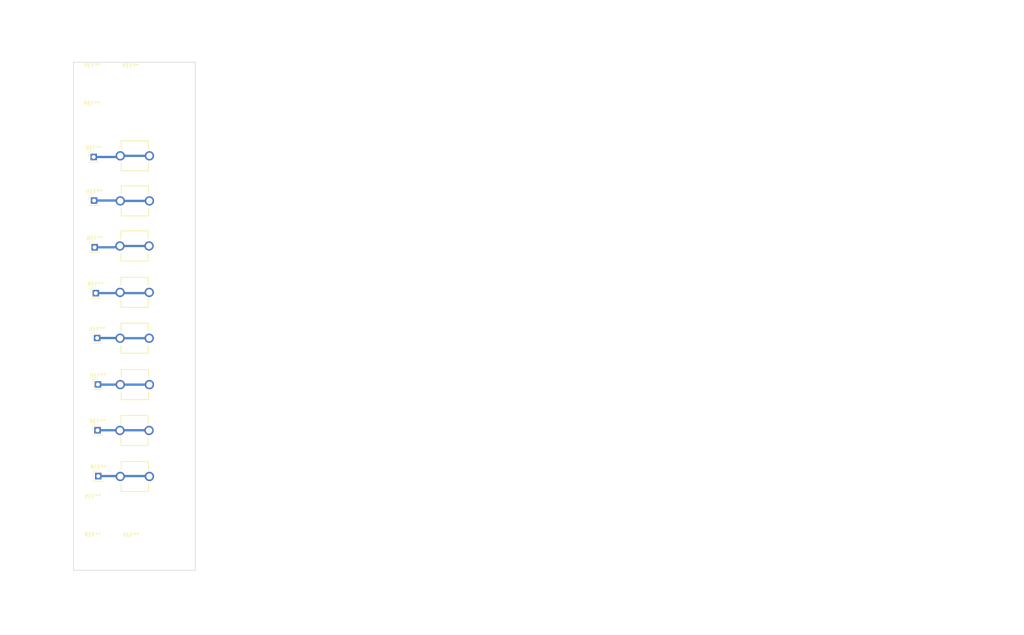
<source format=kicad_pcb>
(kicad_pcb (version 20170123) (host pcbnew "(2017-07-14 revision 22e95aa)-master")

  (general
    (thickness 1.6)
    (drawings 22)
    (tracks 20)
    (zones 0)
    (modules 22)
    (nets 1)
  )

  (page A4)
  (layers
    (0 F.Cu signal)
    (31 B.Cu signal)
    (32 B.Adhes user)
    (33 F.Adhes user)
    (34 B.Paste user)
    (35 F.Paste user)
    (36 B.SilkS user)
    (37 F.SilkS user)
    (38 B.Mask user)
    (39 F.Mask user)
    (40 Dwgs.User user)
    (41 Cmts.User user)
    (42 Eco1.User user)
    (43 Eco2.User user)
    (44 Edge.Cuts user)
    (45 Margin user)
    (46 B.CrtYd user)
    (47 F.CrtYd user)
    (48 B.Fab user)
    (49 F.Fab user)
  )

  (setup
    (last_trace_width 0.6)
    (trace_clearance 0.2)
    (zone_clearance 0.508)
    (zone_45_only no)
    (trace_min 0.2)
    (segment_width 0.2)
    (edge_width 0.15)
    (via_size 0.8)
    (via_drill 0.4)
    (via_min_size 0.4)
    (via_min_drill 0.3)
    (uvia_size 0.3)
    (uvia_drill 0.1)
    (uvias_allowed no)
    (uvia_min_size 0.2)
    (uvia_min_drill 0.1)
    (pcb_text_width 0.3)
    (pcb_text_size 1.5 1.5)
    (mod_edge_width 0.15)
    (mod_text_size 1 1)
    (mod_text_width 0.15)
    (pad_size 1.524 1.524)
    (pad_drill 0.762)
    (pad_to_mask_clearance 0.2)
    (aux_axis_origin 0 0)
    (visible_elements 7FFFFFFF)
    (pcbplotparams
      (layerselection 0x00030_ffffffff)
      (usegerberextensions false)
      (excludeedgelayer true)
      (linewidth 0.100000)
      (plotframeref false)
      (viasonmask false)
      (mode 1)
      (useauxorigin false)
      (hpglpennumber 1)
      (hpglpenspeed 20)
      (hpglpendiameter 15)
      (psnegative false)
      (psa4output false)
      (plotreference true)
      (plotvalue true)
      (plotinvisibletext false)
      (padsonsilk false)
      (subtractmaskfromsilk false)
      (outputformat 1)
      (mirror false)
      (drillshape 1)
      (scaleselection 1)
      (outputdirectory /root/projects/shift_register/core-crt-muon/muon_geiger/geiger_mounts/))
  )

  (net 0 "")

  (net_class Default "This is the default net class."
    (clearance 0.2)
    (trace_width 0.6)
    (via_dia 0.8)
    (via_drill 0.4)
    (uvia_dia 0.3)
    (uvia_drill 0.1)
  )

  (module Pin_Headers:Pin_Header_Straight_1x01_Pitch2.54mm (layer F.Cu) (tedit 59650532) (tstamp 598015D7)
    (at 37.1 144.45)
    (descr "Through hole straight pin header, 1x01, 2.54mm pitch, single row")
    (tags "Through hole pin header THT 1x01 2.54mm single row")
    (fp_text reference REF** (at 0 -2.33) (layer F.SilkS)
      (effects (font (size 1 1) (thickness 0.15)))
    )
    (fp_text value Pin_Header_Straight_1x01_Pitch2.54mm (at 0 2.33) (layer F.Fab)
      (effects (font (size 1 1) (thickness 0.15)))
    )
    (fp_text user %R (at 0 0 90) (layer F.Fab)
      (effects (font (size 1 1) (thickness 0.15)))
    )
    (fp_line (start 1.8 -1.8) (end -1.8 -1.8) (layer F.CrtYd) (width 0.05))
    (fp_line (start 1.8 1.8) (end 1.8 -1.8) (layer F.CrtYd) (width 0.05))
    (fp_line (start -1.8 1.8) (end 1.8 1.8) (layer F.CrtYd) (width 0.05))
    (fp_line (start -1.8 -1.8) (end -1.8 1.8) (layer F.CrtYd) (width 0.05))
    (fp_line (start -1.33 -1.33) (end 0 -1.33) (layer F.SilkS) (width 0.12))
    (fp_line (start -1.33 0) (end -1.33 -1.33) (layer F.SilkS) (width 0.12))
    (fp_line (start -1.33 1.27) (end 1.33 1.27) (layer F.SilkS) (width 0.12))
    (fp_line (start 1.33 1.27) (end 1.33 1.33) (layer F.SilkS) (width 0.12))
    (fp_line (start -1.33 1.27) (end -1.33 1.33) (layer F.SilkS) (width 0.12))
    (fp_line (start -1.33 1.33) (end 1.33 1.33) (layer F.SilkS) (width 0.12))
    (fp_line (start -1.27 -0.635) (end -0.635 -1.27) (layer F.Fab) (width 0.1))
    (fp_line (start -1.27 1.27) (end -1.27 -0.635) (layer F.Fab) (width 0.1))
    (fp_line (start 1.27 1.27) (end -1.27 1.27) (layer F.Fab) (width 0.1))
    (fp_line (start 1.27 -1.27) (end 1.27 1.27) (layer F.Fab) (width 0.1))
    (fp_line (start -0.635 -1.27) (end 1.27 -1.27) (layer F.Fab) (width 0.1))
    (pad 1 thru_hole rect (at 0 0) (size 1.7 1.7) (drill 1) (layers *.Cu *.Mask))
    (model ${KISYS3DMOD}/Pin_Headers.3dshapes/Pin_Header_Straight_1x01_Pitch2.54mm.wrl
      (at (xyz 0 0 0))
      (scale (xyz 1 1 1))
      (rotate (xyz 0 0 0))
    )
  )

  (module Pin_Headers:Pin_Header_Straight_1x01_Pitch2.54mm (layer F.Cu) (tedit 59650532) (tstamp 598015C2)
    (at 36.9 132.45)
    (descr "Through hole straight pin header, 1x01, 2.54mm pitch, single row")
    (tags "Through hole pin header THT 1x01 2.54mm single row")
    (fp_text reference REF** (at 0 -2.33) (layer F.SilkS)
      (effects (font (size 1 1) (thickness 0.15)))
    )
    (fp_text value Pin_Header_Straight_1x01_Pitch2.54mm (at 0 2.33) (layer F.Fab)
      (effects (font (size 1 1) (thickness 0.15)))
    )
    (fp_line (start -0.635 -1.27) (end 1.27 -1.27) (layer F.Fab) (width 0.1))
    (fp_line (start 1.27 -1.27) (end 1.27 1.27) (layer F.Fab) (width 0.1))
    (fp_line (start 1.27 1.27) (end -1.27 1.27) (layer F.Fab) (width 0.1))
    (fp_line (start -1.27 1.27) (end -1.27 -0.635) (layer F.Fab) (width 0.1))
    (fp_line (start -1.27 -0.635) (end -0.635 -1.27) (layer F.Fab) (width 0.1))
    (fp_line (start -1.33 1.33) (end 1.33 1.33) (layer F.SilkS) (width 0.12))
    (fp_line (start -1.33 1.27) (end -1.33 1.33) (layer F.SilkS) (width 0.12))
    (fp_line (start 1.33 1.27) (end 1.33 1.33) (layer F.SilkS) (width 0.12))
    (fp_line (start -1.33 1.27) (end 1.33 1.27) (layer F.SilkS) (width 0.12))
    (fp_line (start -1.33 0) (end -1.33 -1.33) (layer F.SilkS) (width 0.12))
    (fp_line (start -1.33 -1.33) (end 0 -1.33) (layer F.SilkS) (width 0.12))
    (fp_line (start -1.8 -1.8) (end -1.8 1.8) (layer F.CrtYd) (width 0.05))
    (fp_line (start -1.8 1.8) (end 1.8 1.8) (layer F.CrtYd) (width 0.05))
    (fp_line (start 1.8 1.8) (end 1.8 -1.8) (layer F.CrtYd) (width 0.05))
    (fp_line (start 1.8 -1.8) (end -1.8 -1.8) (layer F.CrtYd) (width 0.05))
    (fp_text user %R (at 0 0 90) (layer F.Fab)
      (effects (font (size 1 1) (thickness 0.15)))
    )
    (pad 1 thru_hole rect (at 0 0) (size 1.7 1.7) (drill 1) (layers *.Cu *.Mask))
    (model ${KISYS3DMOD}/Pin_Headers.3dshapes/Pin_Header_Straight_1x01_Pitch2.54mm.wrl
      (at (xyz 0 0 0))
      (scale (xyz 1 1 1))
      (rotate (xyz 0 0 0))
    )
  )

  (module Pin_Headers:Pin_Header_Straight_1x01_Pitch2.54mm (layer F.Cu) (tedit 59650532) (tstamp 598015AD)
    (at 37 120.45)
    (descr "Through hole straight pin header, 1x01, 2.54mm pitch, single row")
    (tags "Through hole pin header THT 1x01 2.54mm single row")
    (fp_text reference REF** (at 0 -2.33) (layer F.SilkS)
      (effects (font (size 1 1) (thickness 0.15)))
    )
    (fp_text value Pin_Header_Straight_1x01_Pitch2.54mm (at 0 2.33) (layer F.Fab)
      (effects (font (size 1 1) (thickness 0.15)))
    )
    (fp_text user %R (at 0 0 90) (layer F.Fab)
      (effects (font (size 1 1) (thickness 0.15)))
    )
    (fp_line (start 1.8 -1.8) (end -1.8 -1.8) (layer F.CrtYd) (width 0.05))
    (fp_line (start 1.8 1.8) (end 1.8 -1.8) (layer F.CrtYd) (width 0.05))
    (fp_line (start -1.8 1.8) (end 1.8 1.8) (layer F.CrtYd) (width 0.05))
    (fp_line (start -1.8 -1.8) (end -1.8 1.8) (layer F.CrtYd) (width 0.05))
    (fp_line (start -1.33 -1.33) (end 0 -1.33) (layer F.SilkS) (width 0.12))
    (fp_line (start -1.33 0) (end -1.33 -1.33) (layer F.SilkS) (width 0.12))
    (fp_line (start -1.33 1.27) (end 1.33 1.27) (layer F.SilkS) (width 0.12))
    (fp_line (start 1.33 1.27) (end 1.33 1.33) (layer F.SilkS) (width 0.12))
    (fp_line (start -1.33 1.27) (end -1.33 1.33) (layer F.SilkS) (width 0.12))
    (fp_line (start -1.33 1.33) (end 1.33 1.33) (layer F.SilkS) (width 0.12))
    (fp_line (start -1.27 -0.635) (end -0.635 -1.27) (layer F.Fab) (width 0.1))
    (fp_line (start -1.27 1.27) (end -1.27 -0.635) (layer F.Fab) (width 0.1))
    (fp_line (start 1.27 1.27) (end -1.27 1.27) (layer F.Fab) (width 0.1))
    (fp_line (start 1.27 -1.27) (end 1.27 1.27) (layer F.Fab) (width 0.1))
    (fp_line (start -0.635 -1.27) (end 1.27 -1.27) (layer F.Fab) (width 0.1))
    (pad 1 thru_hole rect (at 0 0) (size 1.7 1.7) (drill 1) (layers *.Cu *.Mask))
    (model ${KISYS3DMOD}/Pin_Headers.3dshapes/Pin_Header_Straight_1x01_Pitch2.54mm.wrl
      (at (xyz 0 0 0))
      (scale (xyz 1 1 1))
      (rotate (xyz 0 0 0))
    )
  )

  (module Pin_Headers:Pin_Header_Straight_1x01_Pitch2.54mm (layer F.Cu) (tedit 59650532) (tstamp 59801598)
    (at 36.8 108.3)
    (descr "Through hole straight pin header, 1x01, 2.54mm pitch, single row")
    (tags "Through hole pin header THT 1x01 2.54mm single row")
    (fp_text reference REF** (at 0 -2.33) (layer F.SilkS)
      (effects (font (size 1 1) (thickness 0.15)))
    )
    (fp_text value Pin_Header_Straight_1x01_Pitch2.54mm (at 0 2.33) (layer F.Fab)
      (effects (font (size 1 1) (thickness 0.15)))
    )
    (fp_line (start -0.635 -1.27) (end 1.27 -1.27) (layer F.Fab) (width 0.1))
    (fp_line (start 1.27 -1.27) (end 1.27 1.27) (layer F.Fab) (width 0.1))
    (fp_line (start 1.27 1.27) (end -1.27 1.27) (layer F.Fab) (width 0.1))
    (fp_line (start -1.27 1.27) (end -1.27 -0.635) (layer F.Fab) (width 0.1))
    (fp_line (start -1.27 -0.635) (end -0.635 -1.27) (layer F.Fab) (width 0.1))
    (fp_line (start -1.33 1.33) (end 1.33 1.33) (layer F.SilkS) (width 0.12))
    (fp_line (start -1.33 1.27) (end -1.33 1.33) (layer F.SilkS) (width 0.12))
    (fp_line (start 1.33 1.27) (end 1.33 1.33) (layer F.SilkS) (width 0.12))
    (fp_line (start -1.33 1.27) (end 1.33 1.27) (layer F.SilkS) (width 0.12))
    (fp_line (start -1.33 0) (end -1.33 -1.33) (layer F.SilkS) (width 0.12))
    (fp_line (start -1.33 -1.33) (end 0 -1.33) (layer F.SilkS) (width 0.12))
    (fp_line (start -1.8 -1.8) (end -1.8 1.8) (layer F.CrtYd) (width 0.05))
    (fp_line (start -1.8 1.8) (end 1.8 1.8) (layer F.CrtYd) (width 0.05))
    (fp_line (start 1.8 1.8) (end 1.8 -1.8) (layer F.CrtYd) (width 0.05))
    (fp_line (start 1.8 -1.8) (end -1.8 -1.8) (layer F.CrtYd) (width 0.05))
    (fp_text user %R (at 0 0 90) (layer F.Fab)
      (effects (font (size 1 1) (thickness 0.15)))
    )
    (pad 1 thru_hole rect (at 0 0) (size 1.7 1.7) (drill 1) (layers *.Cu *.Mask))
    (model ${KISYS3DMOD}/Pin_Headers.3dshapes/Pin_Header_Straight_1x01_Pitch2.54mm.wrl
      (at (xyz 0 0 0))
      (scale (xyz 1 1 1))
      (rotate (xyz 0 0 0))
    )
  )

  (module Pin_Headers:Pin_Header_Straight_1x01_Pitch2.54mm (layer F.Cu) (tedit 59650532) (tstamp 59801582)
    (at 36.45 96.55)
    (descr "Through hole straight pin header, 1x01, 2.54mm pitch, single row")
    (tags "Through hole pin header THT 1x01 2.54mm single row")
    (fp_text reference REF** (at 0 -2.33) (layer F.SilkS)
      (effects (font (size 1 1) (thickness 0.15)))
    )
    (fp_text value Pin_Header_Straight_1x01_Pitch2.54mm (at 0 2.33) (layer F.Fab)
      (effects (font (size 1 1) (thickness 0.15)))
    )
    (fp_text user %R (at 0 0 90) (layer F.Fab)
      (effects (font (size 1 1) (thickness 0.15)))
    )
    (fp_line (start 1.8 -1.8) (end -1.8 -1.8) (layer F.CrtYd) (width 0.05))
    (fp_line (start 1.8 1.8) (end 1.8 -1.8) (layer F.CrtYd) (width 0.05))
    (fp_line (start -1.8 1.8) (end 1.8 1.8) (layer F.CrtYd) (width 0.05))
    (fp_line (start -1.8 -1.8) (end -1.8 1.8) (layer F.CrtYd) (width 0.05))
    (fp_line (start -1.33 -1.33) (end 0 -1.33) (layer F.SilkS) (width 0.12))
    (fp_line (start -1.33 0) (end -1.33 -1.33) (layer F.SilkS) (width 0.12))
    (fp_line (start -1.33 1.27) (end 1.33 1.27) (layer F.SilkS) (width 0.12))
    (fp_line (start 1.33 1.27) (end 1.33 1.33) (layer F.SilkS) (width 0.12))
    (fp_line (start -1.33 1.27) (end -1.33 1.33) (layer F.SilkS) (width 0.12))
    (fp_line (start -1.33 1.33) (end 1.33 1.33) (layer F.SilkS) (width 0.12))
    (fp_line (start -1.27 -0.635) (end -0.635 -1.27) (layer F.Fab) (width 0.1))
    (fp_line (start -1.27 1.27) (end -1.27 -0.635) (layer F.Fab) (width 0.1))
    (fp_line (start 1.27 1.27) (end -1.27 1.27) (layer F.Fab) (width 0.1))
    (fp_line (start 1.27 -1.27) (end 1.27 1.27) (layer F.Fab) (width 0.1))
    (fp_line (start -0.635 -1.27) (end 1.27 -1.27) (layer F.Fab) (width 0.1))
    (pad 1 thru_hole rect (at 0 0) (size 1.7 1.7) (drill 1) (layers *.Cu *.Mask))
    (model ${KISYS3DMOD}/Pin_Headers.3dshapes/Pin_Header_Straight_1x01_Pitch2.54mm.wrl
      (at (xyz 0 0 0))
      (scale (xyz 1 1 1))
      (rotate (xyz 0 0 0))
    )
  )

  (module Pin_Headers:Pin_Header_Straight_1x01_Pitch2.54mm (layer F.Cu) (tedit 59650532) (tstamp 5980156D)
    (at 36.15 84.55)
    (descr "Through hole straight pin header, 1x01, 2.54mm pitch, single row")
    (tags "Through hole pin header THT 1x01 2.54mm single row")
    (fp_text reference REF** (at 0 -2.33) (layer F.SilkS)
      (effects (font (size 1 1) (thickness 0.15)))
    )
    (fp_text value Pin_Header_Straight_1x01_Pitch2.54mm (at 0 2.33) (layer F.Fab)
      (effects (font (size 1 1) (thickness 0.15)))
    )
    (fp_line (start -0.635 -1.27) (end 1.27 -1.27) (layer F.Fab) (width 0.1))
    (fp_line (start 1.27 -1.27) (end 1.27 1.27) (layer F.Fab) (width 0.1))
    (fp_line (start 1.27 1.27) (end -1.27 1.27) (layer F.Fab) (width 0.1))
    (fp_line (start -1.27 1.27) (end -1.27 -0.635) (layer F.Fab) (width 0.1))
    (fp_line (start -1.27 -0.635) (end -0.635 -1.27) (layer F.Fab) (width 0.1))
    (fp_line (start -1.33 1.33) (end 1.33 1.33) (layer F.SilkS) (width 0.12))
    (fp_line (start -1.33 1.27) (end -1.33 1.33) (layer F.SilkS) (width 0.12))
    (fp_line (start 1.33 1.27) (end 1.33 1.33) (layer F.SilkS) (width 0.12))
    (fp_line (start -1.33 1.27) (end 1.33 1.27) (layer F.SilkS) (width 0.12))
    (fp_line (start -1.33 0) (end -1.33 -1.33) (layer F.SilkS) (width 0.12))
    (fp_line (start -1.33 -1.33) (end 0 -1.33) (layer F.SilkS) (width 0.12))
    (fp_line (start -1.8 -1.8) (end -1.8 1.8) (layer F.CrtYd) (width 0.05))
    (fp_line (start -1.8 1.8) (end 1.8 1.8) (layer F.CrtYd) (width 0.05))
    (fp_line (start 1.8 1.8) (end 1.8 -1.8) (layer F.CrtYd) (width 0.05))
    (fp_line (start 1.8 -1.8) (end -1.8 -1.8) (layer F.CrtYd) (width 0.05))
    (fp_text user %R (at 0 0 90) (layer F.Fab)
      (effects (font (size 1 1) (thickness 0.15)))
    )
    (pad 1 thru_hole rect (at 0 0) (size 1.7 1.7) (drill 1) (layers *.Cu *.Mask))
    (model ${KISYS3DMOD}/Pin_Headers.3dshapes/Pin_Header_Straight_1x01_Pitch2.54mm.wrl
      (at (xyz 0 0 0))
      (scale (xyz 1 1 1))
      (rotate (xyz 0 0 0))
    )
  )

  (module Pin_Headers:Pin_Header_Straight_1x01_Pitch2.54mm (layer F.Cu) (tedit 59650532) (tstamp 59801551)
    (at 36 72.3)
    (descr "Through hole straight pin header, 1x01, 2.54mm pitch, single row")
    (tags "Through hole pin header THT 1x01 2.54mm single row")
    (fp_text reference REF** (at 0 -2.33) (layer F.SilkS)
      (effects (font (size 1 1) (thickness 0.15)))
    )
    (fp_text value Pin_Header_Straight_1x01_Pitch2.54mm (at 0 2.33) (layer F.Fab)
      (effects (font (size 1 1) (thickness 0.15)))
    )
    (fp_line (start -0.635 -1.27) (end 1.27 -1.27) (layer F.Fab) (width 0.1))
    (fp_line (start 1.27 -1.27) (end 1.27 1.27) (layer F.Fab) (width 0.1))
    (fp_line (start 1.27 1.27) (end -1.27 1.27) (layer F.Fab) (width 0.1))
    (fp_line (start -1.27 1.27) (end -1.27 -0.635) (layer F.Fab) (width 0.1))
    (fp_line (start -1.27 -0.635) (end -0.635 -1.27) (layer F.Fab) (width 0.1))
    (fp_line (start -1.33 1.33) (end 1.33 1.33) (layer F.SilkS) (width 0.12))
    (fp_line (start -1.33 1.27) (end -1.33 1.33) (layer F.SilkS) (width 0.12))
    (fp_line (start 1.33 1.27) (end 1.33 1.33) (layer F.SilkS) (width 0.12))
    (fp_line (start -1.33 1.27) (end 1.33 1.27) (layer F.SilkS) (width 0.12))
    (fp_line (start -1.33 0) (end -1.33 -1.33) (layer F.SilkS) (width 0.12))
    (fp_line (start -1.33 -1.33) (end 0 -1.33) (layer F.SilkS) (width 0.12))
    (fp_line (start -1.8 -1.8) (end -1.8 1.8) (layer F.CrtYd) (width 0.05))
    (fp_line (start -1.8 1.8) (end 1.8 1.8) (layer F.CrtYd) (width 0.05))
    (fp_line (start 1.8 1.8) (end 1.8 -1.8) (layer F.CrtYd) (width 0.05))
    (fp_line (start 1.8 -1.8) (end -1.8 -1.8) (layer F.CrtYd) (width 0.05))
    (fp_text user %R (at 0 0 90) (layer F.Fab)
      (effects (font (size 1 1) (thickness 0.15)))
    )
    (pad 1 thru_hole rect (at 0 0) (size 1.7 1.7) (drill 1) (layers *.Cu *.Mask))
    (model ${KISYS3DMOD}/Pin_Headers.3dshapes/Pin_Header_Straight_1x01_Pitch2.54mm.wrl
      (at (xyz 0 0 0))
      (scale (xyz 1 1 1))
      (rotate (xyz 0 0 0))
    )
  )

  (module FUSECLIP_PCMOUNT:FUSECLIP_PCMOUNT (layer F.Cu) (tedit 59763579) (tstamp 59773FC8)
    (at 42.75 132.5)
    (path FUSECLIP_PCMOUNT)
    (fp_text reference J3 (at 1.6 -3.45) (layer Eco1.User)
      (effects (font (size 1.778 1.778) (thickness 0.14224)))
    )
    (fp_text value "" (at 0 7.239) (layer Eco1.User)
      (effects (font (size 1.778 1.778) (thickness 0.14224)))
    )
    (fp_line (start 7.366 -3.937) (end 7.366 -1.905) (layer F.SilkS) (width 0.2032))
    (fp_line (start 0.254 -3.937) (end 0.254 -1.905) (layer F.SilkS) (width 0.2032))
    (fp_line (start 0.254 -3.937) (end 7.366 -3.937) (layer F.SilkS) (width 0.2032))
    (fp_line (start 0.254 1.905) (end 0.254 3.937) (layer F.SilkS) (width 0.2032))
    (fp_line (start 7.366 1.905) (end 7.366 3.937) (layer F.SilkS) (width 0.2032))
    (fp_line (start 0.254 3.937) (end 7.366 3.937) (layer F.SilkS) (width 0.2032))
    (pad 1 thru_hole oval (at 0 0) (size 2.4384 2.4384) (drill 1.6256) (layers *.Cu *.Mask))
    (pad 2 thru_hole oval (at 7.62 0) (size 2.4384 2.4384) (drill 1.6256) (layers *.Cu *.Mask))
  )

  (module FUSECLIP_PCMOUNT:FUSECLIP_PCMOUNT (layer F.Cu) (tedit 59763579) (tstamp 59773FBC)
    (at 42.85 120.5)
    (path FUSECLIP_PCMOUNT)
    (fp_text reference J3 (at 1.6 -3.45) (layer Eco1.User)
      (effects (font (size 1.778 1.778) (thickness 0.14224)))
    )
    (fp_text value "" (at 0 7.239) (layer Eco1.User)
      (effects (font (size 1.778 1.778) (thickness 0.14224)))
    )
    (fp_line (start 0.254 3.937) (end 7.366 3.937) (layer F.SilkS) (width 0.2032))
    (fp_line (start 7.366 1.905) (end 7.366 3.937) (layer F.SilkS) (width 0.2032))
    (fp_line (start 0.254 1.905) (end 0.254 3.937) (layer F.SilkS) (width 0.2032))
    (fp_line (start 0.254 -3.937) (end 7.366 -3.937) (layer F.SilkS) (width 0.2032))
    (fp_line (start 0.254 -3.937) (end 0.254 -1.905) (layer F.SilkS) (width 0.2032))
    (fp_line (start 7.366 -3.937) (end 7.366 -1.905) (layer F.SilkS) (width 0.2032))
    (pad 2 thru_hole oval (at 7.62 0) (size 2.4384 2.4384) (drill 1.6256) (layers *.Cu *.Mask))
    (pad 1 thru_hole oval (at 0 0) (size 2.4384 2.4384) (drill 1.6256) (layers *.Cu *.Mask))
  )

  (module FUSECLIP_PCMOUNT:FUSECLIP_PCMOUNT (layer F.Cu) (tedit 59763579) (tstamp 59773FB0)
    (at 42.8 108.35)
    (path FUSECLIP_PCMOUNT)
    (fp_text reference J3 (at 1.6 -3.45) (layer Eco1.User)
      (effects (font (size 1.778 1.778) (thickness 0.14224)))
    )
    (fp_text value "" (at 0 7.239) (layer Eco1.User)
      (effects (font (size 1.778 1.778) (thickness 0.14224)))
    )
    (fp_line (start 7.366 -3.937) (end 7.366 -1.905) (layer F.SilkS) (width 0.2032))
    (fp_line (start 0.254 -3.937) (end 0.254 -1.905) (layer F.SilkS) (width 0.2032))
    (fp_line (start 0.254 -3.937) (end 7.366 -3.937) (layer F.SilkS) (width 0.2032))
    (fp_line (start 0.254 1.905) (end 0.254 3.937) (layer F.SilkS) (width 0.2032))
    (fp_line (start 7.366 1.905) (end 7.366 3.937) (layer F.SilkS) (width 0.2032))
    (fp_line (start 0.254 3.937) (end 7.366 3.937) (layer F.SilkS) (width 0.2032))
    (pad 1 thru_hole oval (at 0 0) (size 2.4384 2.4384) (drill 1.6256) (layers *.Cu *.Mask))
    (pad 2 thru_hole oval (at 7.62 0) (size 2.4384 2.4384) (drill 1.6256) (layers *.Cu *.Mask))
  )

  (module FUSECLIP_PCMOUNT:FUSECLIP_PCMOUNT (layer F.Cu) (tedit 59763579) (tstamp 59773FA4)
    (at 42.8 96.35)
    (path FUSECLIP_PCMOUNT)
    (fp_text reference J3 (at 1.6 -3.45) (layer Eco1.User)
      (effects (font (size 1.778 1.778) (thickness 0.14224)))
    )
    (fp_text value "" (at 0 7.239) (layer Eco1.User)
      (effects (font (size 1.778 1.778) (thickness 0.14224)))
    )
    (fp_line (start 0.254 3.937) (end 7.366 3.937) (layer F.SilkS) (width 0.2032))
    (fp_line (start 7.366 1.905) (end 7.366 3.937) (layer F.SilkS) (width 0.2032))
    (fp_line (start 0.254 1.905) (end 0.254 3.937) (layer F.SilkS) (width 0.2032))
    (fp_line (start 0.254 -3.937) (end 7.366 -3.937) (layer F.SilkS) (width 0.2032))
    (fp_line (start 0.254 -3.937) (end 0.254 -1.905) (layer F.SilkS) (width 0.2032))
    (fp_line (start 7.366 -3.937) (end 7.366 -1.905) (layer F.SilkS) (width 0.2032))
    (pad 2 thru_hole oval (at 7.62 0) (size 2.4384 2.4384) (drill 1.6256) (layers *.Cu *.Mask))
    (pad 1 thru_hole oval (at 0 0) (size 2.4384 2.4384) (drill 1.6256) (layers *.Cu *.Mask))
  )

  (module FUSECLIP_PCMOUNT:FUSECLIP_PCMOUNT (layer F.Cu) (tedit 59763579) (tstamp 59773F98)
    (at 42.75 84.2)
    (path FUSECLIP_PCMOUNT)
    (fp_text reference J3 (at 1.6 -3.45) (layer Eco1.User)
      (effects (font (size 1.778 1.778) (thickness 0.14224)))
    )
    (fp_text value "" (at 0 7.239) (layer Eco1.User)
      (effects (font (size 1.778 1.778) (thickness 0.14224)))
    )
    (fp_line (start 7.366 -3.937) (end 7.366 -1.905) (layer F.SilkS) (width 0.2032))
    (fp_line (start 0.254 -3.937) (end 0.254 -1.905) (layer F.SilkS) (width 0.2032))
    (fp_line (start 0.254 -3.937) (end 7.366 -3.937) (layer F.SilkS) (width 0.2032))
    (fp_line (start 0.254 1.905) (end 0.254 3.937) (layer F.SilkS) (width 0.2032))
    (fp_line (start 7.366 1.905) (end 7.366 3.937) (layer F.SilkS) (width 0.2032))
    (fp_line (start 0.254 3.937) (end 7.366 3.937) (layer F.SilkS) (width 0.2032))
    (pad 1 thru_hole oval (at 0 0) (size 2.4384 2.4384) (drill 1.6256) (layers *.Cu *.Mask))
    (pad 2 thru_hole oval (at 7.62 0) (size 2.4384 2.4384) (drill 1.6256) (layers *.Cu *.Mask))
  )

  (module FUSECLIP_PCMOUNT:FUSECLIP_PCMOUNT (layer F.Cu) (tedit 59763579) (tstamp 59773F8C)
    (at 42.85 72.4)
    (path FUSECLIP_PCMOUNT)
    (fp_text reference J3 (at 1.6 -3.45) (layer Eco1.User)
      (effects (font (size 1.778 1.778) (thickness 0.14224)))
    )
    (fp_text value "" (at 0 7.239) (layer Eco1.User)
      (effects (font (size 1.778 1.778) (thickness 0.14224)))
    )
    (fp_line (start 0.254 3.937) (end 7.366 3.937) (layer F.SilkS) (width 0.2032))
    (fp_line (start 7.366 1.905) (end 7.366 3.937) (layer F.SilkS) (width 0.2032))
    (fp_line (start 0.254 1.905) (end 0.254 3.937) (layer F.SilkS) (width 0.2032))
    (fp_line (start 0.254 -3.937) (end 7.366 -3.937) (layer F.SilkS) (width 0.2032))
    (fp_line (start 0.254 -3.937) (end 0.254 -1.905) (layer F.SilkS) (width 0.2032))
    (fp_line (start 7.366 -3.937) (end 7.366 -1.905) (layer F.SilkS) (width 0.2032))
    (pad 2 thru_hole oval (at 7.62 0) (size 2.4384 2.4384) (drill 1.6256) (layers *.Cu *.Mask))
    (pad 1 thru_hole oval (at 0 0) (size 2.4384 2.4384) (drill 1.6256) (layers *.Cu *.Mask))
  )

  (module FUSECLIP_PCMOUNT:FUSECLIP_PCMOUNT (layer F.Cu) (tedit 59763A1F) (tstamp 5976FA54)
    (at 42.85 144.55)
    (path FUSECLIP_PCMOUNT)
    (fp_text reference J3 (at 2.9 -2.4) (layer Eco1.User)
      (effects (font (size 1.778 1.778) (thickness 0.14224)))
    )
    (fp_text value "" (at 0 7.239) (layer Eco1.User)
      (effects (font (size 1.778 1.778) (thickness 0.14224)))
    )
    (fp_line (start 0.254 3.937) (end 7.366 3.937) (layer F.SilkS) (width 0.2032))
    (fp_line (start 7.366 1.905) (end 7.366 3.937) (layer F.SilkS) (width 0.2032))
    (fp_line (start 0.254 1.905) (end 0.254 3.937) (layer F.SilkS) (width 0.2032))
    (fp_line (start 0.254 -3.937) (end 7.366 -3.937) (layer F.SilkS) (width 0.2032))
    (fp_line (start 0.254 -3.937) (end 0.254 -1.905) (layer F.SilkS) (width 0.2032))
    (fp_line (start 7.366 -3.937) (end 7.366 -1.905) (layer F.SilkS) (width 0.2032))
    (pad 2 thru_hole oval (at 7.62 0) (size 2.4384 2.4384) (drill 1.6256) (layers *.Cu *.Mask))
    (pad 1 thru_hole oval (at 0 0) (size 2.4384 2.4384) (drill 1.6256) (layers *.Cu *.Mask))
  )

  (module Mounting_Holes:MountingHole_3.2mm_M3 (layer F.Cu) (tedit 56D1B4CB) (tstamp 59EAF19E)
    (at 35.6 154)
    (descr "Mounting Hole 3.2mm, no annular, M3")
    (tags "mounting hole 3.2mm no annular m3")
    (fp_text reference REF** (at 0 -4.2) (layer F.SilkS)
      (effects (font (size 1 1) (thickness 0.15)))
    )
    (fp_text value MountingHole_3.2mm_M3 (at 0 4.2) (layer F.Fab)
      (effects (font (size 1 1) (thickness 0.15)))
    )
    (fp_circle (center 0 0) (end 3.45 0) (layer F.CrtYd) (width 0.05))
    (fp_circle (center 0 0) (end 3.2 0) (layer Cmts.User) (width 0.15))
    (pad 1 np_thru_hole circle (at 0 0) (size 3.2 3.2) (drill 3.2) (layers *.Cu *.Mask))
  )

  (module Mounting_Holes:MountingHole_3.2mm_M3 (layer F.Cu) (tedit 56D1B4CB) (tstamp 59EAF197)
    (at 35.4 51.1)
    (descr "Mounting Hole 3.2mm, no annular, M3")
    (tags "mounting hole 3.2mm no annular m3")
    (fp_text reference REF** (at 0 -4.2) (layer F.SilkS)
      (effects (font (size 1 1) (thickness 0.15)))
    )
    (fp_text value MountingHole_3.2mm_M3 (at 0 4.2) (layer F.Fab)
      (effects (font (size 1 1) (thickness 0.15)))
    )
    (fp_circle (center 0 0) (end 3.2 0) (layer Cmts.User) (width 0.15))
    (fp_circle (center 0 0) (end 3.45 0) (layer F.CrtYd) (width 0.05))
    (pad 1 np_thru_hole circle (at 0 0) (size 3.2 3.2) (drill 3.2) (layers *.Cu *.Mask))
  )

  (module Mounting_Holes:MountingHole_3.2mm_M3 (layer F.Cu) (tedit 56D1B4CB) (tstamp 59EAEC01)
    (at 45.65 164.05)
    (descr "Mounting Hole 3.2mm, no annular, M3")
    (tags "mounting hole 3.2mm no annular m3")
    (fp_text reference REF** (at 0 -4.2) (layer F.SilkS)
      (effects (font (size 1 1) (thickness 0.15)))
    )
    (fp_text value MountingHole_3.2mm_M3 (at 0 4.2) (layer F.Fab)
      (effects (font (size 1 1) (thickness 0.15)))
    )
    (fp_circle (center 0 0) (end 3.45 0) (layer F.CrtYd) (width 0.05))
    (fp_circle (center 0 0) (end 3.2 0) (layer Cmts.User) (width 0.15))
    (pad 1 np_thru_hole circle (at 0 0) (size 3.2 3.2) (drill 3.2) (layers *.Cu *.Mask))
  )

  (module Mounting_Holes:MountingHole_3.2mm_M3 (layer F.Cu) (tedit 56D1B4CB) (tstamp 59EAEBFA)
    (at 35.5 41.1)
    (descr "Mounting Hole 3.2mm, no annular, M3")
    (tags "mounting hole 3.2mm no annular m3")
    (fp_text reference REF** (at 0 -4.2) (layer F.SilkS)
      (effects (font (size 1 1) (thickness 0.15)))
    )
    (fp_text value MountingHole_3.2mm_M3 (at 0 4.2) (layer F.Fab)
      (effects (font (size 1 1) (thickness 0.15)))
    )
    (fp_circle (center 0 0) (end 3.2 0) (layer Cmts.User) (width 0.15))
    (fp_circle (center 0 0) (end 3.45 0) (layer F.CrtYd) (width 0.05))
    (pad 1 np_thru_hole circle (at 0 0) (size 3.2 3.2) (drill 3.2) (layers *.Cu *.Mask))
  )

  (module Mounting_Holes:MountingHole_3.2mm_M3 (layer F.Cu) (tedit 56D1B4CB) (tstamp 59EAEBF3)
    (at 35.65 164)
    (descr "Mounting Hole 3.2mm, no annular, M3")
    (tags "mounting hole 3.2mm no annular m3")
    (fp_text reference REF** (at 0 -4.2) (layer F.SilkS)
      (effects (font (size 1 1) (thickness 0.15)))
    )
    (fp_text value MountingHole_3.2mm_M3 (at 0 4.2) (layer F.Fab)
      (effects (font (size 1 1) (thickness 0.15)))
    )
    (fp_circle (center 0 0) (end 3.2 0) (layer Cmts.User) (width 0.15))
    (fp_circle (center 0 0) (end 3.45 0) (layer F.CrtYd) (width 0.05))
    (pad 1 np_thru_hole circle (at 0 0) (size 3.2 3.2) (drill 3.2) (layers *.Cu *.Mask))
  )

  (module FUSECLIP_PCMOUNT:FUSECLIP_PCMOUNT (layer F.Cu) (tedit 59763579) (tstamp 59CC7D5A)
    (at 42.85 60.6)
    (path FUSECLIP_PCMOUNT)
    (fp_text reference J3 (at 1.6 -3.45) (layer Eco1.User)
      (effects (font (size 1.778 1.778) (thickness 0.14224)))
    )
    (fp_text value "" (at 0 7.239) (layer Eco1.User)
      (effects (font (size 1.778 1.778) (thickness 0.14224)))
    )
    (fp_line (start 7.366 -3.937) (end 7.366 -1.905) (layer F.SilkS) (width 0.2032))
    (fp_line (start 0.254 -3.937) (end 0.254 -1.905) (layer F.SilkS) (width 0.2032))
    (fp_line (start 0.254 -3.937) (end 7.366 -3.937) (layer F.SilkS) (width 0.2032))
    (fp_line (start 0.254 1.905) (end 0.254 3.937) (layer F.SilkS) (width 0.2032))
    (fp_line (start 7.366 1.905) (end 7.366 3.937) (layer F.SilkS) (width 0.2032))
    (fp_line (start 0.254 3.937) (end 7.366 3.937) (layer F.SilkS) (width 0.2032))
    (pad 1 thru_hole oval (at 0 0) (size 2.4384 2.4384) (drill 1.6256) (layers *.Cu *.Mask))
    (pad 2 thru_hole oval (at 7.62 0) (size 2.4384 2.4384) (drill 1.6256) (layers *.Cu *.Mask))
  )

  (module Mounting_Holes:MountingHole_3.2mm_M3 (layer F.Cu) (tedit 56D1B4CB) (tstamp 59EAE6A3)
    (at 45.5 41.2)
    (descr "Mounting Hole 3.2mm, no annular, M3")
    (tags "mounting hole 3.2mm no annular m3")
    (fp_text reference REF** (at 0 -4.2) (layer F.SilkS)
      (effects (font (size 1 1) (thickness 0.15)))
    )
    (fp_text value MountingHole_3.2mm_M3 (at 0 4.2) (layer F.Fab)
      (effects (font (size 1 1) (thickness 0.15)))
    )
    (fp_circle (center 0 0) (end 3.45 0) (layer F.CrtYd) (width 0.05))
    (fp_circle (center 0 0) (end 3.2 0) (layer Cmts.User) (width 0.15))
    (pad 1 np_thru_hole circle (at 0 0) (size 3.2 3.2) (drill 3.2) (layers *.Cu *.Mask))
  )

  (module Pin_Headers:Pin_Header_Straight_1x01_Pitch2.54mm (layer F.Cu) (tedit 59650532) (tstamp 59800DBB)
    (at 35.9 60.9)
    (descr "Through hole straight pin header, 1x01, 2.54mm pitch, single row")
    (tags "Through hole pin header THT 1x01 2.54mm single row")
    (fp_text reference REF** (at 0 -2.33) (layer F.SilkS)
      (effects (font (size 1 1) (thickness 0.15)))
    )
    (fp_text value Pin_Header_Straight_1x01_Pitch2.54mm (at 0 2.33) (layer F.Fab)
      (effects (font (size 1 1) (thickness 0.15)))
    )
    (fp_text user %R (at 0 0 90) (layer F.Fab)
      (effects (font (size 1 1) (thickness 0.15)))
    )
    (fp_line (start 1.8 -1.8) (end -1.8 -1.8) (layer F.CrtYd) (width 0.05))
    (fp_line (start 1.8 1.8) (end 1.8 -1.8) (layer F.CrtYd) (width 0.05))
    (fp_line (start -1.8 1.8) (end 1.8 1.8) (layer F.CrtYd) (width 0.05))
    (fp_line (start -1.8 -1.8) (end -1.8 1.8) (layer F.CrtYd) (width 0.05))
    (fp_line (start -1.33 -1.33) (end 0 -1.33) (layer F.SilkS) (width 0.12))
    (fp_line (start -1.33 0) (end -1.33 -1.33) (layer F.SilkS) (width 0.12))
    (fp_line (start -1.33 1.27) (end 1.33 1.27) (layer F.SilkS) (width 0.12))
    (fp_line (start 1.33 1.27) (end 1.33 1.33) (layer F.SilkS) (width 0.12))
    (fp_line (start -1.33 1.27) (end -1.33 1.33) (layer F.SilkS) (width 0.12))
    (fp_line (start -1.33 1.33) (end 1.33 1.33) (layer F.SilkS) (width 0.12))
    (fp_line (start -1.27 -0.635) (end -0.635 -1.27) (layer F.Fab) (width 0.1))
    (fp_line (start -1.27 1.27) (end -1.27 -0.635) (layer F.Fab) (width 0.1))
    (fp_line (start 1.27 1.27) (end -1.27 1.27) (layer F.Fab) (width 0.1))
    (fp_line (start 1.27 -1.27) (end 1.27 1.27) (layer F.Fab) (width 0.1))
    (fp_line (start -0.635 -1.27) (end 1.27 -1.27) (layer F.Fab) (width 0.1))
    (pad 1 thru_hole rect (at 0 0) (size 1.7 1.7) (drill 1) (layers *.Cu *.Mask))
    (model ${KISYS3DMOD}/Pin_Headers.3dshapes/Pin_Header_Straight_1x01_Pitch2.54mm.wrl
      (at (xyz 0 0 0))
      (scale (xyz 1 1 1))
      (rotate (xyz 0 0 0))
    )
  )

  (dimension 133 (width 0.3) (layer Dwgs.User)
    (gr_text "133.000 mm" (at 83.649999 102.65 270) (layer Dwgs.User)
      (effects (font (size 1.5 1.5) (thickness 0.3)))
    )
    (feature1 (pts (xy 62.55 169.15) (xy 84.999999 169.15)))
    (feature2 (pts (xy 62.55 36.15) (xy 84.999999 36.15)))
    (crossbar (pts (xy 82.299999 36.15) (xy 82.299999 169.15)))
    (arrow1a (pts (xy 82.299999 169.15) (xy 81.713578 168.023496)))
    (arrow1b (pts (xy 82.299999 169.15) (xy 82.88642 168.023496)))
    (arrow2a (pts (xy 82.299999 36.15) (xy 81.713578 37.276504)))
    (arrow2b (pts (xy 82.299999 36.15) (xy 82.88642 37.276504)))
  )
  (dimension 93.050013 (width 0.3) (layer Dwgs.User)
    (gr_text "93.050 mm" (at 70.775026 102.527203 89.96921237) (layer Dwgs.User)
      (effects (font (size 1.5 1.5) (thickness 0.3)))
    )
    (feature1 (pts (xy 66.65 149.05) (xy 72.100026 149.052929)))
    (feature2 (pts (xy 66.7 56) (xy 72.150026 56.002929)))
    (crossbar (pts (xy 69.450026 56.001478) (xy 69.400026 149.051478)))
    (arrow1a (pts (xy 69.400026 149.051478) (xy 68.814211 147.924659)))
    (arrow1b (pts (xy 69.400026 149.051478) (xy 69.987052 147.92529)))
    (arrow2a (pts (xy 69.450026 56.001478) (xy 68.863 57.127666)))
    (arrow2b (pts (xy 69.450026 56.001478) (xy 70.035841 57.128297)))
  )
  (gr_line (start 62.5 149) (end 145.35 149) (angle 90) (layer Dwgs.User) (width 0.2))
  (gr_line (start 62.4 56.05) (end 279.2 56.05) (angle 90) (layer Dwgs.User) (width 0.2))
  (gr_line (start 62.35 149.05) (end 30.6 149.05) (angle 90) (layer Dwgs.User) (width 0.2))
  (gr_line (start 30.7 169.1) (end 62.55 169.1) (angle 90) (layer Edge.Cuts) (width 0.15))
  (dimension 15.000083 (width 0.3) (layer Dwgs.User)
    (gr_text "15.000 mm" (at 14.070729 43.721014 -89.80901478) (layer Dwgs.User)
      (effects (font (size 1.5 1.5) (thickness 0.3)))
    )
    (feature1 (pts (xy 35.35 36.15) (xy 12.695737 36.225514)))
    (feature2 (pts (xy 35.4 51.15) (xy 12.745737 51.225514)))
    (crossbar (pts (xy 15.445722 51.216514) (xy 15.395722 36.216514)))
    (arrow1a (pts (xy 15.395722 36.216514) (xy 15.985894 37.341057)))
    (arrow1b (pts (xy 15.395722 36.216514) (xy 14.81306 37.344966)))
    (arrow2a (pts (xy 15.445722 51.216514) (xy 16.028384 50.088062)))
    (arrow2b (pts (xy 15.445722 51.216514) (xy 14.85555 50.091971)))
  )
  (dimension 15.000333 (width 0.3) (layer Dwgs.User)
    (gr_text "15.000 mm" (at 38.180639 21.654174 -0.3819662047) (layer Dwgs.User)
      (effects (font (size 1.5 1.5) (thickness 0.3)))
    )
    (feature1 (pts (xy 30.55 41.2) (xy 30.689639 20.254204)))
    (feature2 (pts (xy 45.55 41.3) (xy 45.689639 20.354204)))
    (crossbar (pts (xy 45.671639 23.054144) (xy 30.671639 22.954144)))
    (arrow1a (pts (xy 30.671639 22.954144) (xy 31.802027 22.375246)))
    (arrow1b (pts (xy 30.671639 22.954144) (xy 31.794208 23.548062)))
    (arrow2a (pts (xy 45.671639 23.054144) (xy 44.54907 22.460226)))
    (arrow2b (pts (xy 45.671639 23.054144) (xy 44.541251 23.633042)))
  )
  (dimension 5 (width 0.3) (layer Dwgs.User)
    (gr_text "5.000 mm" (at 32.95 28.100001) (layer Dwgs.User)
      (effects (font (size 1.5 1.5) (thickness 0.3)))
    )
    (feature1 (pts (xy 30.45 41.15) (xy 30.45 26.750001)))
    (feature2 (pts (xy 35.45 41.15) (xy 35.45 26.750001)))
    (crossbar (pts (xy 35.45 29.450001) (xy 30.45 29.450001)))
    (arrow1a (pts (xy 30.45 29.450001) (xy 31.576504 28.86358)))
    (arrow1b (pts (xy 30.45 29.450001) (xy 31.576504 30.036422)))
    (arrow2a (pts (xy 35.45 29.450001) (xy 34.323496 28.86358)))
    (arrow2b (pts (xy 35.45 29.450001) (xy 34.323496 30.036422)))
  )
  (dimension 5 (width 0.3) (layer Dwgs.User)
    (gr_text "5.000 mm" (at 20.7 38.65 90) (layer Dwgs.User)
      (effects (font (size 1.5 1.5) (thickness 0.3)))
    )
    (feature1 (pts (xy 35.45 36.15) (xy 19.35 36.15)))
    (feature2 (pts (xy 35.45 41.15) (xy 19.35 41.15)))
    (crossbar (pts (xy 22.05 41.15) (xy 22.05 36.15)))
    (arrow1a (pts (xy 22.05 36.15) (xy 22.636421 37.276504)))
    (arrow1b (pts (xy 22.05 36.15) (xy 21.463579 37.276504)))
    (arrow2a (pts (xy 22.05 41.15) (xy 22.636421 40.023496)))
    (arrow2b (pts (xy 22.05 41.15) (xy 21.463579 40.023496)))
  )
  (dimension 12.000104 (width 0.3) (layer Dwgs.User)
    (gr_text "12.000 mm" (at 56.467917 28.375122 0.2387310331) (layer Dwgs.User)
      (effects (font (size 1.5 1.5) (thickness 0.3)))
    )
    (feature1 (pts (xy 62.5 36.05) (xy 62.462292 27.000134)))
    (feature2 (pts (xy 50.5 36.1) (xy 50.462292 27.050134)))
    (crossbar (pts (xy 50.473542 29.750111) (xy 62.473542 29.700111)))
    (arrow1a (pts (xy 62.473542 29.700111) (xy 61.349491 30.29122)))
    (arrow1b (pts (xy 62.473542 29.700111) (xy 61.344605 29.118389)))
    (arrow2a (pts (xy 50.473542 29.750111) (xy 51.602479 30.331833)))
    (arrow2b (pts (xy 50.473542 29.750111) (xy 51.597593 29.159002)))
  )
  (dimension 20.00025 (width 0.3) (layer Dwgs.User)
    (gr_text "20.000 mm" (at 24.497385 46.069737 89.71352349) (layer Dwgs.User)
      (effects (font (size 1.5 1.5) (thickness 0.3)))
    )
    (feature1 (pts (xy 30.5 56.1) (xy 23.097402 56.062987)))
    (feature2 (pts (xy 30.6 36.1) (xy 23.197402 36.062987)))
    (crossbar (pts (xy 25.897368 36.076487) (xy 25.797368 56.076487)))
    (arrow1a (pts (xy 25.797368 56.076487) (xy 25.216587 54.947065)))
    (arrow1b (pts (xy 25.797368 56.076487) (xy 26.389414 54.952929)))
    (arrow2a (pts (xy 25.897368 36.076487) (xy 25.305322 37.200045)))
    (arrow2b (pts (xy 25.897368 36.076487) (xy 26.478149 37.205909)))
  )
  (dimension 20.000062 (width 0.3) (layer Dwgs.User)
    (gr_text "20.000 mm" (at 40.60925 32.375019 359.8567608) (layer Dwgs.User)
      (effects (font (size 1.5 1.5) (thickness 0.3)))
    )
    (feature1 (pts (xy 50.6 36.1) (xy 50.612625 31.050023)))
    (feature2 (pts (xy 30.6 36.05) (xy 30.612625 31.000023)))
    (crossbar (pts (xy 30.605875 33.700015) (xy 50.605875 33.750015)))
    (arrow1a (pts (xy 50.605875 33.750015) (xy 49.477909 34.333618)))
    (arrow1b (pts (xy 50.605875 33.750015) (xy 49.480841 33.16078)))
    (arrow2a (pts (xy 30.605875 33.700015) (xy 31.730909 34.28925)))
    (arrow2b (pts (xy 30.605875 33.700015) (xy 31.733841 33.116412)))
  )
  (gr_line (start 50.4 56.1) (end 62.4 56.1) (angle 90) (layer Dwgs.User) (width 0.2))
  (gr_line (start 50.5 166.1) (end 50.5 56.2) (angle 90) (layer Dwgs.User) (width 0.2))
  (gr_line (start 50.5 166.1) (end 50.5 186) (angle 90) (layer Dwgs.User) (width 0.2))
  (gr_line (start 50.5 56.1) (end 30.5 56.1) (angle 90) (layer Dwgs.User) (width 0.2))
  (gr_line (start 50.5 36.1) (end 50.5 56.1) (angle 90) (layer Dwgs.User) (width 0.2))
  (gr_line (start 30.5 36.1) (end 50.5 36.1) (angle 90) (layer Dwgs.User) (width 0.2))
  (gr_line (start 30.6 169.1) (end 30.6 36) (angle 90) (layer Edge.Cuts) (width 0.15))
  (gr_line (start 62.5 36.1) (end 62.5 169.1) (angle 90) (layer Edge.Cuts) (width 0.15))
  (gr_line (start 30.5 36.1) (end 62.5 36.1) (angle 90) (layer Edge.Cuts) (width 0.15))

  (segment (start 37.1 144.45) (end 50.37 144.45) (width 0.6) (layer B.Cu) (net 0) (status C00000))
  (segment (start 50.37 144.45) (end 50.47 144.55) (width 0.6) (layer B.Cu) (net 0) (tstamp 598015FC) (status C00000))
  (segment (start 36.9 132.45) (end 50.32 132.45) (width 0.6) (layer B.Cu) (net 0) (status C00000))
  (segment (start 50.32 132.45) (end 50.37 132.5) (width 0.6) (layer B.Cu) (net 0) (tstamp 598015FA) (status C00000))
  (segment (start 50.47 120.5) (end 37.05 120.5) (width 0.6) (layer B.Cu) (net 0) (status C00000))
  (segment (start 37.05 120.5) (end 37 120.45) (width 0.6) (layer B.Cu) (net 0) (tstamp 598015F8) (status C00000))
  (segment (start 36.8 108.3) (end 42.75 108.3) (width 0.6) (layer B.Cu) (net 0) (status C00000))
  (segment (start 42.75 108.3) (end 42.8 108.35) (width 0.6) (layer B.Cu) (net 0) (tstamp 598015F5) (status C00000))
  (segment (start 42.8 108.35) (end 50.42 108.35) (width 0.6) (layer B.Cu) (net 0) (tstamp 598015F6) (status C00000))
  (segment (start 36.45 96.55) (end 50.22 96.55) (width 0.6) (layer B.Cu) (net 0) (status C00000))
  (segment (start 50.22 96.55) (end 50.42 96.35) (width 0.6) (layer B.Cu) (net 0) (tstamp 598015F3) (status C00000))
  (segment (start 42.75 84.2) (end 50.37 84.2) (width 0.6) (layer B.Cu) (net 0) (status C00000))
  (segment (start 42.85 72.4) (end 50.47 72.4) (width 0.6) (layer B.Cu) (net 0) (status C00000))
  (segment (start 42.85 60.6) (end 50.47 60.6) (width 0.6) (layer B.Cu) (net 0) (status C00000))
  (segment (start 36.15 84.55) (end 42.4 84.55) (width 0.6) (layer B.Cu) (net 0) (status C00000))
  (segment (start 42.4 84.55) (end 42.75 84.2) (width 0.6) (layer B.Cu) (net 0) (tstamp 598015EB) (status C00000))
  (segment (start 36 72.3) (end 42.75 72.3) (width 0.6) (layer B.Cu) (net 0) (status C00000))
  (segment (start 42.75 72.3) (end 42.85 72.4) (width 0.6) (layer B.Cu) (net 0) (tstamp 59801567) (status C00000))
  (segment (start 35.9 60.9) (end 42.55 60.9) (width 0.6) (layer B.Cu) (net 0) (status C00000))
  (segment (start 42.55 60.9) (end 42.85 60.6) (width 0.6) (layer B.Cu) (net 0) (tstamp 59801565) (status C00000))

)

</source>
